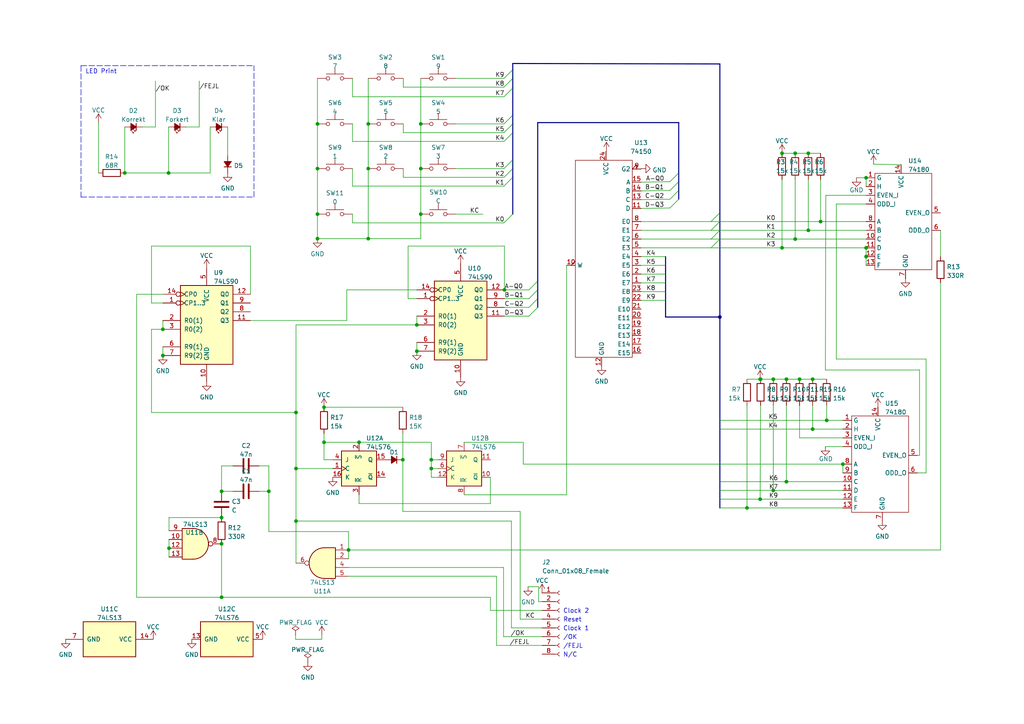
<source format=kicad_sch>
(kicad_sch (version 20211123) (generator eeschema)
  (paper "A4")
  (title_block (title "RC CPR-nummer validator"))
  (lib_symbols
    (symbol "74LS90_1" (pin_names (offset 1.016))
      (property "Reference" "U10" (at 2.0194 13.8598 0))
      (property "Value" "74LS90" (at 2.0194 11.3229 0))
      (symbol "74LS90_1_1_0"
        (pin input inverted_clock (at -12.7 5.08 0) (length 5.08) (name "CP1..3") (number "1"))
        (pin power_in line (at 0 -17.78 90) (length 5.08) (name "GND") (number "10"))
        (pin output line (at 12.7 0 180) (length 5.08) (name "Q3") (number "11"))
        (pin output line (at 12.7 7.62 180) (length 5.08) (name "Q0") (number "12"))
        (pin input inverted_clock (at -12.7 7.62 0) (length 5.08) (name "CP0") (number "14"))
        (pin input line (at -12.7 0 0) (length 5.08) (name "R0(1)") (number "2"))
        (pin input line (at -12.7 -2.54 0) (length 5.08) (name "R0(2)") (number "3"))
        (pin power_in line (at 0 15.24 270) (length 5.08) (name "VCC") (number "5"))
        (pin input line (at -12.7 -7.62 0) (length 5.08) (name "R9(1)") (number "6"))
        (pin input line (at -12.7 -10.16 0) (length 5.08) (name "R9(2)") (number "7"))
        (pin output line (at 12.7 2.54 180) (length 5.08) (name "Q2") (number "8"))
        (pin output line (at 12.7 5.08 180) (length 5.08) (name "Q1") (number "9"))
      )
      (symbol "74LS90_1_1_1"
        (rectangle (start -7.62 10.16) (end 7.62 -12.7) (stroke (width 0.254)) (fill (type background)))
      )
    )
    (symbol "74xx:74LS13" (pin_names (offset 1.016))
      (property "Reference" "U" (at 0 1.27 0))
      (property "Value" "74LS13" (at 0 -1.27 0))
      (symbol "74LS13_1_1"
        (arc (start -0.635 -4.445) (mid 3.81 0) (end -0.635 4.445) (stroke (width 0.254)) (fill (type background)))
        (polyline (pts (xy -0.635 4.445) (xy -3.81 4.445) (xy -3.81 -4.445) (xy -0.635 -4.445)) (stroke (width 0.254)) (fill (type background)))
        (pin input line (at -7.62 3.81 0) (length 3.81) (name "~") (number "1"))
        (pin input line (at -7.62 1.27 0) (length 3.81) (name "~") (number "2"))
        (pin input line (at -7.62 -1.27 0) (length 3.81) (name "~") (number "4"))
        (pin input line (at -7.62 -3.81 0) (length 3.81) (name "~") (number "5"))
        (pin output inverted (at 7.62 0 180) (length 3.81) (name "~") (number "6"))
      )
      (symbol "74LS13_1_2"
        (arc (start -3.81 -4.445) (mid -2.5908 0) (end -3.81 4.445) (stroke (width 0.254)))
        (arc (start -0.6096 -4.445) (mid 2.224 -2.8428) (end 3.81 0) (stroke (width 0.254)) (fill (type background)))
        (polyline (pts (xy -3.81 -4.445) (xy -0.635 -4.445)) (stroke (width 0.254)) (fill (type background)))
        (polyline (pts (xy -3.81 4.445) (xy -0.635 4.445)) (stroke (width 0.254)) (fill (type background)))
        (polyline (pts (xy -0.635 4.445) (xy -3.81 4.445) (xy -3.81 4.445) (xy -3.6322 4.0894) (xy -3.0988 2.921) (xy -2.7686 1.6764) (xy -2.6162 0.4318) (xy -2.6416 -0.8636) (xy -2.8702 -2.1082) (xy -3.2512 -3.3274) (xy -3.81 -4.445) (xy -3.81 -4.445) (xy -0.635 -4.445)) (stroke (width -25.4)) (fill (type background)))
        (arc (start 3.81 0) (mid 2.2198 2.8386) (end -0.6096 4.445) (stroke (width 0.254)) (fill (type background)))
        (pin input inverted (at -7.62 3.81 0) (length 3.81) (name "~") (number "1"))
        (pin input inverted (at -7.62 1.27 0) (length 4.826) (name "~") (number "2"))
        (pin input inverted (at -7.62 -1.27 0) (length 4.826) (name "~") (number "4"))
        (pin input inverted (at -7.62 -3.81 0) (length 3.81) (name "~") (number "5"))
        (pin output line (at 7.62 0 180) (length 3.81) (name "~") (number "6"))
      )
      (symbol "74LS13_2_1"
        (arc (start -0.635 -4.445) (mid 3.81 0) (end -0.635 4.445) (stroke (width 0.254)) (fill (type background)))
        (polyline (pts (xy -0.635 4.445) (xy -3.81 4.445) (xy -3.81 -4.445) (xy -0.635 -4.445)) (stroke (width 0.254)) (fill (type background)))
        (pin input line (at -7.62 1.27 0) (length 3.81) (name "~") (number "10"))
        (pin input line (at -7.62 -1.27 0) (length 3.81) (name "~") (number "12"))
        (pin input line (at -7.62 -3.81 0) (length 3.81) (name "~") (number "13"))
        (pin output inverted (at 7.62 0 180) (length 3.81) (name "~") (number "8"))
        (pin input line (at -7.62 3.81 0) (length 3.81) (name "~") (number "9"))
      )
      (symbol "74LS13_2_2"
        (arc (start -3.81 -4.445) (mid -2.5908 0) (end -3.81 4.445) (stroke (width 0.254)))
        (arc (start -0.6096 -4.445) (mid 2.224 -2.8428) (end 3.81 0) (stroke (width 0.254)) (fill (type background)))
        (polyline (pts (xy -3.81 -4.445) (xy -0.635 -4.445)) (stroke (width 0.254)) (fill (type background)))
        (polyline (pts (xy -3.81 4.445) (xy -0.635 4.445)) (stroke (width 0.254)) (fill (type background)))
        (polyline (pts (xy -0.635 4.445) (xy -3.81 4.445) (xy -3.81 4.445) (xy -3.6322 4.0894) (xy -3.0988 2.921) (xy -2.7686 1.6764) (xy -2.6162 0.4318) (xy -2.6416 -0.8636) (xy -2.8702 -2.1082) (xy -3.2512 -3.3274) (xy -3.81 -4.445) (xy -3.81 -4.445) (xy -0.635 -4.445)) (stroke (width -25.4)) (fill (type background)))
        (arc (start 3.81 0) (mid 2.2198 2.8386) (end -0.6096 4.445) (stroke (width 0.254)) (fill (type background)))
        (pin input inverted (at -7.62 1.27 0) (length 4.826) (name "~") (number "10"))
        (pin input inverted (at -7.62 -1.27 0) (length 4.826) (name "~") (number "12"))
        (pin input inverted (at -7.62 -3.81 0) (length 3.81) (name "~") (number "13"))
        (pin output line (at 7.62 0 180) (length 3.81) (name "~") (number "8"))
        (pin input inverted (at -7.62 3.81 0) (length 3.81) (name "~") (number "9"))
      )
      (symbol "74LS13_3_0"
        (pin power_in line (at 0 12.7 270) (length 5.08) (name "VCC") (number "14"))
        (pin power_in line (at 0 -12.7 90) (length 5.08) (name "GND") (number "7"))
      )
      (symbol "74LS13_3_1"
        (rectangle (start -5.08 7.62) (end 5.08 -7.62) (stroke (width 0.254)) (fill (type background)))
      )
    )
    (symbol "74xx:74LS76" (pin_names (offset 1.016))
      (property "Reference" "U" (at -7.62 8.89 0))
      (property "Value" "74LS76" (at -7.62 -8.89 0))
      (symbol "74LS76_1_0"
        (pin input clock (at -7.62 0 0) (length 2.54) (name "C") (number "1"))
        (pin output line (at 7.62 -2.54 180) (length 2.54) (name "~{Q}") (number "14"))
        (pin output line (at 7.62 2.54 180) (length 2.54) (name "Q") (number "15"))
        (pin input line (at -7.62 -2.54 0) (length 2.54) (name "K") (number "16"))
        (pin input line (at 0 7.62 270) (length 2.54) (name "~{S}") (number "2"))
        (pin input line (at 0 -7.62 90) (length 2.54) (name "~{R}") (number "3"))
        (pin input line (at -7.62 2.54 0) (length 2.54) (name "J") (number "4"))
      )
      (symbol "74LS76_1_1"
        (rectangle (start -5.08 5.08) (end 5.08 -5.08) (stroke (width 0.254)) (fill (type background)))
      )
      (symbol "74LS76_2_0"
        (pin output line (at 7.62 -2.54 180) (length 2.54) (name "~{Q}") (number "10"))
        (pin output line (at 7.62 2.54 180) (length 2.54) (name "Q") (number "11"))
        (pin input line (at -7.62 -2.54 0) (length 2.54) (name "K") (number "12"))
        (pin input clock (at -7.62 0 0) (length 2.54) (name "C") (number "6"))
        (pin input line (at 0 7.62 270) (length 2.54) (name "~{S}") (number "7"))
        (pin input line (at 0 -7.62 90) (length 2.54) (name "~{R}") (number "8"))
        (pin input line (at -7.62 2.54 0) (length 2.54) (name "J") (number "9"))
      )
      (symbol "74LS76_2_1"
        (rectangle (start -5.08 5.08) (end 5.08 -5.08) (stroke (width 0.254)) (fill (type background)))
      )
      (symbol "74LS76_3_0"
        (pin power_in line (at 0 -10.16 90) (length 2.54) (name "GND") (number "13"))
        (pin power_in line (at 0 10.16 270) (length 2.54) (name "VCC") (number "5"))
      )
      (symbol "74LS76_3_1"
        (rectangle (start -5.08 7.62) (end 5.08 -7.62) (stroke (width 0.254)) (fill (type background)))
      )
    )
    (symbol "74xx:74LS90" (pin_names (offset 1.016))
      (property "Reference" "U9" (at 2.0194 13.8598 0))
      (property "Value" "74LS90" (at 2.0194 11.3229 0))
      (symbol "74LS90_1_0"
        (pin input inverted_clock (at -12.7 5.08 0) (length 5.08) (name "CP1..3") (number "1"))
        (pin power_in line (at 0 -17.78 90) (length 5.08) (name "GND") (number "10"))
        (pin output line (at 12.7 0 180) (length 5.08) (name "Q3") (number "11"))
        (pin output line (at 12.7 7.62 180) (length 5.08) (name "Q0") (number "12"))
        (pin input inverted_clock (at -12.7 7.62 0) (length 5.08) (name "CP0") (number "14"))
        (pin input line (at -12.7 0 0) (length 5.08) (name "R0(1)") (number "2"))
        (pin input line (at -12.7 -2.54 0) (length 5.08) (name "R0(2)") (number "3"))
        (pin power_in line (at 0 15.24 270) (length 5.08) (name "VCC") (number "5"))
        (pin input line (at -12.7 -7.62 0) (length 5.08) (name "R9(1)") (number "6"))
        (pin input line (at -12.7 -10.16 0) (length 5.08) (name "R9(2)") (number "7"))
        (pin output line (at 12.7 2.54 180) (length 5.08) (name "Q2") (number "8"))
        (pin output line (at 12.7 5.08 180) (length 5.08) (name "Q1") (number "9"))
      )
      (symbol "74LS90_1_1"
        (rectangle (start -7.62 10.16) (end 7.62 -12.7) (stroke (width 0.254)) (fill (type background)))
      )
    )
    (symbol "Connector:Conn_01x08_Female" (pin_names (offset 1.016) hide)
      (property "Reference" "J" (at 0 10.16 0))
      (property "Value" "Conn_01x08_Female" (at 0 -12.7 0))
      (symbol "Conn_01x08_Female_1_1"
        (arc (start 0 -9.652) (mid -0.508 -10.16) (end 0 -10.668) (stroke (width 0.1524)))
        (arc (start 0 -7.112) (mid -0.508 -7.62) (end 0 -8.128) (stroke (width 0.1524)))
        (arc (start 0 -4.572) (mid -0.508 -5.08) (end 0 -5.588) (stroke (width 0.1524)))
        (arc (start 0 -2.032) (mid -0.508 -2.54) (end 0 -3.048) (stroke (width 0.1524)))
        (polyline (pts (xy -1.27 -10.16) (xy -0.508 -10.16)) (stroke (width 0.1524)))
        (polyline (pts (xy -1.27 -7.62) (xy -0.508 -7.62)) (stroke (width 0.1524)))
        (polyline (pts (xy -1.27 -5.08) (xy -0.508 -5.08)) (stroke (width 0.1524)))
        (polyline (pts (xy -1.27 -2.54) (xy -0.508 -2.54)) (stroke (width 0.1524)))
        (polyline (pts (xy -1.27 0) (xy -0.508 0)) (stroke (width 0.1524)))
        (polyline (pts (xy -1.27 2.54) (xy -0.508 2.54)) (stroke (width 0.1524)))
        (polyline (pts (xy -1.27 5.08) (xy -0.508 5.08)) (stroke (width 0.1524)))
        (polyline (pts (xy -1.27 7.62) (xy -0.508 7.62)) (stroke (width 0.1524)))
        (arc (start 0 0.508) (mid -0.508 0) (end 0 -0.508) (stroke (width 0.1524)))
        (arc (start 0 3.048) (mid -0.508 2.54) (end 0 2.032) (stroke (width 0.1524)))
        (arc (start 0 5.588) (mid -0.508 5.08) (end 0 4.572) (stroke (width 0.1524)))
        (arc (start 0 8.128) (mid -0.508 7.62) (end 0 7.112) (stroke (width 0.1524)))
        (pin passive line (at -5.08 7.62 0) (length 3.81) (name "Pin_1") (number "1"))
        (pin passive line (at -5.08 5.08 0) (length 3.81) (name "Pin_2") (number "2"))
        (pin passive line (at -5.08 2.54 0) (length 3.81) (name "Pin_3") (number "3"))
        (pin passive line (at -5.08 0 0) (length 3.81) (name "Pin_4") (number "4"))
        (pin passive line (at -5.08 -2.54 0) (length 3.81) (name "Pin_5") (number "5"))
        (pin passive line (at -5.08 -5.08 0) (length 3.81) (name "Pin_6") (number "6"))
        (pin passive line (at -5.08 -7.62 0) (length 3.81) (name "Pin_7") (number "7"))
        (pin passive line (at -5.08 -10.16 0) (length 3.81) (name "Pin_8") (number "8"))
      )
    )
    (symbol "Device:C" (pin_numbers hide) (pin_names (offset 0.254))
      (property "Reference" "C" (at 0.635 2.54 0))
      (property "Value" "C" (at 0.635 -2.54 0))
      (symbol "C_0_1"
        (polyline (pts (xy -2.032 -0.762) (xy 2.032 -0.762)) (stroke (width 0.508)))
        (polyline (pts (xy -2.032 0.762) (xy 2.032 0.762)) (stroke (width 0.508)))
      )
      (symbol "C_1_1"
        (pin passive line (at 0 3.81 270) (length 2.794) (name "~") (number "1"))
        (pin passive line (at 0 -3.81 90) (length 2.794) (name "~") (number "2"))
      )
    )
    (symbol "Device:D_Small_Filled" (pin_numbers hide) (pin_names (offset 0.254) hide)
      (property "Reference" "D" (at -1.27 2.032 0))
      (property "Value" "D_Small_Filled" (at -3.81 -2.032 0))
      (symbol "D_Small_Filled_0_1"
        (polyline (pts (xy -0.762 -1.016) (xy -0.762 1.016)) (stroke (width 0.254)))
        (polyline (pts (xy -0.762 0) (xy 0.762 0)))
        (polyline (pts (xy 0.762 -1.016) (xy -0.762 0) (xy 0.762 1.016) (xy 0.762 -1.016)) (stroke (width 0.254)) (fill (type outline)))
      )
      (symbol "D_Small_Filled_1_1"
        (pin passive line (at -2.54 0 0) (length 1.778) (name "K") (number "1"))
        (pin passive line (at 2.54 0 180) (length 1.778) (name "A") (number "2"))
      )
    )
    (symbol "Device:LED_Small_Filled" (pin_numbers hide) (pin_names (offset 0.254) hide)
      (property "Reference" "D" (at -1.27 3.175 0))
      (property "Value" "LED_Small_Filled" (at -4.445 -2.54 0))
      (symbol "LED_Small_Filled_0_1"
        (polyline (pts (xy -0.762 -1.016) (xy -0.762 1.016)) (stroke (width 0.254)))
        (polyline (pts (xy 1.016 0) (xy -0.762 0)))
        (polyline (pts (xy 0.762 -1.016) (xy -0.762 0) (xy 0.762 1.016) (xy 0.762 -1.016)) (stroke (width 0.254)) (fill (type outline)))
        (polyline (pts (xy 0 0.762) (xy -0.508 1.27) (xy -0.254 1.27) (xy -0.508 1.27) (xy -0.508 1.016)))
        (polyline (pts (xy 0.508 1.27) (xy 0 1.778) (xy 0.254 1.778) (xy 0 1.778) (xy 0 1.524)))
      )
      (symbol "LED_Small_Filled_1_1"
        (pin passive line (at -2.54 0 0) (length 1.778) (name "K") (number "1"))
        (pin passive line (at 2.54 0 180) (length 1.778) (name "A") (number "2"))
      )
    )
    (symbol "Device:R" (pin_numbers hide) (pin_names (offset 0))
      (property "Reference" "R" (at 2.032 0 90))
      (property "Value" "R" (at 0 0 90))
      (symbol "R_0_1"
        (rectangle (start -1.016 -2.54) (end 1.016 2.54) (stroke (width 0.254)))
      )
      (symbol "R_1_1"
        (pin passive line (at 0 3.81 270) (length 1.27) (name "~") (number "1"))
        (pin passive line (at 0 -3.81 90) (length 1.27) (name "~") (number "2"))
      )
    )
    (symbol "Local_Library:74150"
      (property "Reference" "U" (at 0 0 0))
      (property "Value" "74150" (at 16.51 3.81 0))
      (symbol "74150_0_0"
        (pin input line (at 0 -35.56 0) (length 2.54) (name "E7") (number "1"))
        (pin output output_low (at 21.59 -30.48 180) (length 2.54) (name "W") (number "10"))
        (pin input line (at 0 -13.97 0) (length 2.54) (name "D") (number "11"))
        (pin power_in line (at 11.43 -59.69 90) (length 2.54) (name "GND") (number "12"))
        (pin input line (at 0 -11.43 0) (length 2.54) (name "C") (number "13"))
        (pin input line (at 0 -8.89 0) (length 2.54) (name "B") (number "14"))
        (pin input line (at 0 -6.35 0) (length 2.54) (name "A") (number "15"))
        (pin input line (at 0 -55.88 0) (length 2.54) (name "E15") (number "16"))
        (pin input line (at 0 -53.34 0) (length 2.54) (name "E14") (number "17"))
        (pin input line (at 0 -50.8 0) (length 2.54) (name "E13") (number "18"))
        (pin input line (at 0 -48.26 0) (length 2.54) (name "E12") (number "19"))
        (pin input line (at 0 -33.02 0) (length 2.54) (name "E6") (number "2"))
        (pin input line (at 0 -45.72 0) (length 2.54) (name "E11") (number "20"))
        (pin input line (at 0 -43.18 0) (length 2.54) (name "E10") (number "21"))
        (pin input line (at 0 -40.64 0) (length 2.54) (name "E9") (number "22"))
        (pin input line (at 0 -38.1 0) (length 2.54) (name "E8") (number "23"))
        (pin power_in line (at 10.16 2.54 270) (length 2.54) (name "VCC") (number "24"))
        (pin input line (at 0 -30.48 0) (length 2.54) (name "E5") (number "3"))
        (pin input line (at 0 -27.94 0) (length 2.54) (name "E4") (number "4"))
        (pin input line (at 0 -25.4 0) (length 2.54) (name "E3") (number "5"))
        (pin input line (at 0 -22.86 0) (length 2.54) (name "E2") (number "6"))
        (pin input line (at 0 -20.32 0) (length 2.54) (name "E1") (number "7"))
        (pin input line (at 0 -17.78 0) (length 2.54) (name "E0") (number "8"))
        (pin input input_low (at 0 -2.54 0) (length 2.54) (name "G2") (number "9"))
      )
      (symbol "74150_0_1"
        (rectangle (start 2.54 0) (end 19.05 -57.15) (stroke (width 0.1524)))
      )
    )
    (symbol "Local_Library:74180"
      (property "Reference" "U" (at 0 0 0))
      (property "Value" "74180" (at 1.27 7.62 0))
      (symbol "74180_0_0"
        (pin input line (at 0 -5.08 0) (length 2.54) (name "G") (number "1"))
        (pin input line (at 0 -22.86 0) (length 2.54) (name "C") (number "10"))
        (pin input line (at 0 -25.4 0) (length 2.54) (name "D") (number "11"))
        (pin input line (at 0 -27.94 0) (length 2.54) (name "E") (number "12"))
        (pin input line (at 0 -30.48 0) (length 2.54) (name "F") (number "13"))
        (pin power_in line (at 10.16 -1.27 270) (length 2.54) (name "VCC") (number "14"))
        (pin input line (at 0 -7.62 0) (length 2.54) (name "H") (number "2"))
        (pin input line (at 0 -10.16 0) (length 2.54) (name "EVEN_I") (number "3"))
        (pin input line (at 0 -12.7 0) (length 2.54) (name "ODD_I") (number "4"))
        (pin output line (at 21.59 -15.24 180) (length 2.54) (name "EVEN_O") (number "5"))
        (pin output line (at 21.59 -20.32 180) (length 2.54) (name "ODD_O") (number "6"))
        (pin power_out line (at 11.43 -34.29 90) (length 2.54) (name "GND") (number "7"))
        (pin input line (at 0 -17.78 0) (length 2.54) (name "A") (number "8"))
        (pin input line (at 0 -20.32 0) (length 2.54) (name "B") (number "9"))
      )
      (symbol "74180_0_1"
        (rectangle (start 2.54 -3.81) (end 19.05 -31.75) (stroke (width 0.1524)))
      )
    )
    (symbol "Switch:SW_Push" (pin_numbers hide) (pin_names (offset 1.016) hide)
      (property "Reference" "SW" (at 1.27 2.54 0))
      (property "Value" "SW_Push" (at 0 -1.524 0))
      (symbol "SW_Push_0_1"
        (circle (center -2.032 0) (radius 0.508))
        (polyline (pts (xy 0 1.27) (xy 0 3.048)))
        (polyline (pts (xy 2.54 1.27) (xy -2.54 1.27)))
        (circle (center 2.032 0) (radius 0.508))
        (pin passive line (at -5.08 0 0) (length 2.54) (name "1") (number "1"))
        (pin passive line (at 5.08 0 180) (length 2.54) (name "2") (number "2"))
      )
    )
    (symbol "power:GND" (power) (pin_names (offset 0))
      (property "Value" "GND" (at 0 -3.81 0))
      (symbol "GND_0_1"
        (polyline (pts (xy 0 0) (xy 0 -1.27) (xy 1.27 -1.27) (xy 0 -2.54) (xy -1.27 -1.27) (xy 0 -1.27)))
      )
      (symbol "GND_1_1"
        (pin power_in line (at 0 0 270) (length 0) hide (name "GND") (number "1"))
      )
    )
    (symbol "power:PWR_FLAG" (power) (pin_numbers hide) (pin_names (offset 0) hide)
      (property "Value" "PWR_FLAG" (at 0 3.81 0))
      (symbol "PWR_FLAG_0_0"
        (pin power_out line (at 0 0 90) (length 0) (name "pwr") (number "1"))
      )
      (symbol "PWR_FLAG_0_1"
        (polyline (pts (xy 0 0) (xy 0 1.27) (xy -1.016 1.905) (xy 0 2.54) (xy 1.016 1.905) (xy 0 1.27)))
      )
    )
    (symbol "power:VCC" (power) (pin_names (offset 0))
      (property "Value" "VCC" (at 0 3.81 0))
      (symbol "VCC_0_1"
        (polyline (pts (xy -0.762 1.27) (xy 0 2.54)))
        (polyline (pts (xy 0 0) (xy 0 2.54)))
        (polyline (pts (xy 0 2.54) (xy 0.762 1.27)))
      )
      (symbol "VCC_1_1"
        (pin power_in line (at 0 0 90) (length 0) hide (name "VCC") (number "1"))
      )
    )
  )
  (junction (at 92.075 48.895))
  (junction (at 230.632 69.342))
  (junction (at 85.852 135.89))
  (junction (at 120.904 101.854))
  (junction (at 125.095 133.35))
  (junction (at 85.852 119.634))
  (junction (at 120.904 94.234))
  (junction (at 92.075 69.215))
  (junction (at 104.14 128.27))
  (junction (at 230.632 44.45))
  (junction (at 48.895 50.165))
  (junction (at 220.472 144.78))
  (junction (at 64.262 142.494))
  (junction (at 224.282 142.24))
  (junction (at 244.475 134.62))
  (junction (at 49.022 159.004))
  (junction (at 224.282 109.982))
  (junction (at 234.442 66.802))
  (junction (at 235.712 109.982))
  (junction (at 77.978 142.494))
  (junction (at 122.047 48.895))
  (junction (at 92.075 62.103))
  (junction (at 93.98 128.27))
  (junction (at 226.822 71.882))
  (junction (at 122.047 35.941))
  (junction (at 228.092 139.7))
  (junction (at 125.095 135.89))
  (junction (at 234.442 44.45))
  (junction (at 92.075 35.941))
  (junction (at 116.84 133.35))
  (junction (at 47.244 95.504))
  (junction (at 235.712 124.46))
  (junction (at 228.092 109.982))
  (junction (at 106.807 69.215))
  (junction (at 122.047 62.103))
  (junction (at 237.998 64.262))
  (junction (at 146.304 84.074))
  (junction (at 220.599 109.982))
  (junction (at 251.206 74.422))
  (junction (at 64.262 173.228))
  (junction (at 251.206 51.562))
  (junction (at 106.807 48.895))
  (junction (at 47.244 103.124))
  (junction (at 85.852 151.13))
  (junction (at 64.262 150.114))
  (junction (at 101.092 159.512))
  (junction (at 220.472 109.982))
  (junction (at 208.788 91.948))
  (junction (at 106.807 35.941))
  (junction (at 251.206 71.882))
  (junction (at 216.662 147.32))
  (junction (at 226.822 44.45))
  (junction (at 93.98 118.11))
  (junction (at 64.262 157.734))
  (junction (at 36.195 50.165))
  (junction (at 239.776 121.92))
  (junction (at 231.902 109.982))
  (bus_entry (at 146.177 35.941) (size 2.54 -2.54))
  (bus_entry (at 146.177 28.067) (size 2.54 -2.54))
  (bus_entry (at 146.177 25.273) (size 2.54 -2.54))
  (bus_entry (at 146.177 38.481) (size 2.54 -2.54))
  (bus_entry (at 194.31 52.705) (size 2.54 -2.54))
  (bus_entry (at 146.177 64.643) (size 2.54 -2.54))
  (bus_entry (at 206.248 64.262) (size 2.54 -2.54))
  (bus_entry (at 206.248 71.882) (size 2.54 -2.54))
  (bus_entry (at 206.248 66.802) (size 2.54 -2.54))
  (bus_entry (at 206.248 69.342) (size 2.54 -2.54))
  (bus_entry (at 153.416 84.074) (size 2.54 -2.54))
  (bus_entry (at 153.416 86.614) (size 2.54 -2.54))
  (bus_entry (at 153.416 89.154) (size 2.54 -2.54))
  (bus_entry (at 153.416 91.694) (size 2.54 -2.54))
  (bus_entry (at 146.177 48.895) (size 2.54 -2.54))
  (bus_entry (at 146.177 41.021) (size 2.54 -2.54))
  (bus_entry (at 146.177 53.975) (size 2.54 -2.54))
  (bus_entry (at 194.31 55.245) (size 2.54 -2.54))
  (bus_entry (at 194.31 57.785) (size 2.54 -2.54))
  (bus_entry (at 194.31 60.325) (size 2.54 -2.54))
  (bus_entry (at 146.177 22.733) (size 2.54 -2.54))
  (bus_entry (at 146.177 51.435) (size 2.54 -2.54))
  (wire (pts (xy 142.24 146.05) (xy 104.14 146.05)))
  (wire (pts (xy 72.644 92.964) (xy 100.584 92.964)))
  (bus (pts (xy 148.717 25.527) (xy 148.717 33.401)))
  (wire (pts (xy 185.928 69.342) (xy 206.248 69.342)))
  (wire (pts (xy 93.98 133.35) (xy 96.52 133.35)))
  (wire (pts (xy 75.184 142.494) (xy 77.978 142.494)))
  (wire (pts (xy 146.304 86.614) (xy 153.416 86.614)))
  (bus (pts (xy 155.956 89.154) (xy 155.956 86.614)))
  (wire (pts (xy 64.262 157.734) (xy 64.262 173.228)))
  (wire (pts (xy 244.475 124.46) (xy 235.712 124.46)))
  (wire (pts (xy 120.904 84.074) (xy 100.584 84.074)))
  (wire (pts (xy 36.195 36.83) (xy 36.195 50.165)))
  (wire (pts (xy 231.902 127) (xy 244.475 127)))
  (wire (pts (xy 235.712 109.982) (xy 239.776 109.982)))
  (wire (pts (xy 185.928 79.502) (xy 193.04 79.502)))
  (wire (pts (xy 206.248 69.342) (xy 208.788 69.342)))
  (wire (pts (xy 146.05 184.658) (xy 157.226 184.658)))
  (bus (pts (xy 196.85 52.705) (xy 196.85 55.245)))
  (wire (pts (xy 251.206 64.262) (xy 237.998 64.262)))
  (bus (pts (xy 155.956 35.56) (xy 196.85 35.56)))
  (wire (pts (xy 41.275 36.83) (xy 45.085 36.83)))
  (wire (pts (xy 239.395 107.315) (xy 239.522 56.642)))
  (wire (pts (xy 156.21 170.18) (xy 156.21 174.498)))
  (wire (pts (xy 118.364 71.374) (xy 146.304 71.374)))
  (wire (pts (xy 208.788 142.24) (xy 224.282 142.24)))
  (bus (pts (xy 208.788 147.32) (xy 208.788 91.948)))
  (bus (pts (xy 208.788 61.722) (xy 208.788 64.262)))
  (wire (pts (xy 208.788 147.32) (xy 216.662 147.32)))
  (wire (pts (xy 106.807 48.895) (xy 106.807 69.215)))
  (wire (pts (xy 150.876 148.336) (xy 150.876 179.578)))
  (wire (pts (xy 268.605 104.14) (xy 268.605 137.16)))
  (wire (pts (xy 261.366 47.752) (xy 253.365 47.625)))
  (wire (pts (xy 47.244 92.964) (xy 47.244 95.504)))
  (polyline (pts (xy 73.66 57.15) (xy 73.66 19.05)))
  (wire (pts (xy 85.852 135.89) (xy 85.852 151.13)))
  (wire (pts (xy 272.796 66.802) (xy 272.796 74.422)))
  (wire (pts (xy 164.338 76.962) (xy 164.338 143.51)))
  (polyline (pts (xy 23.495 19.05) (xy 23.495 57.15)))
  (wire (pts (xy 251.206 71.882) (xy 251.206 74.422)))
  (wire (pts (xy 132.207 22.733) (xy 146.177 22.733)))
  (wire (pts (xy 146.304 91.694) (xy 153.416 91.694)))
  (wire (pts (xy 220.472 144.78) (xy 244.475 144.78)))
  (bus (pts (xy 148.717 35.941) (xy 148.717 33.401)))
  (wire (pts (xy 208.788 139.7) (xy 228.092 139.7)))
  (wire (pts (xy 185.928 71.882) (xy 206.248 71.882)))
  (wire (pts (xy 118.364 71.374) (xy 118.364 86.614)))
  (wire (pts (xy 230.632 44.45) (xy 234.442 44.45)))
  (wire (pts (xy 266.065 137.16) (xy 268.605 137.16)))
  (wire (pts (xy 185.928 57.912) (xy 194.31 57.785)))
  (wire (pts (xy 39.624 173.228) (xy 64.262 173.228)))
  (wire (pts (xy 266.7 107.315) (xy 239.395 107.315)))
  (polyline (pts (xy 23.495 57.15) (xy 73.66 57.15)))
  (wire (pts (xy 102.235 64.643) (xy 146.177 64.643)))
  (wire (pts (xy 93.345 185.42) (xy 85.725 185.42)))
  (wire (pts (xy 122.047 22.733) (xy 122.047 35.941)))
  (wire (pts (xy 116.84 148.336) (xy 150.876 148.336)))
  (bus (pts (xy 148.717 18.415) (xy 208.788 18.542)))
  (bus (pts (xy 148.717 51.435) (xy 148.717 48.895)))
  (wire (pts (xy 185.928 60.452) (xy 194.31 60.325)))
  (wire (pts (xy 185.928 55.372) (xy 194.31 55.245)))
  (wire (pts (xy 208.788 69.342) (xy 230.632 69.342)))
  (bus (pts (xy 148.717 20.193) (xy 148.717 18.415)))
  (wire (pts (xy 228.092 117.602) (xy 228.092 139.7)))
  (wire (pts (xy 185.928 82.042) (xy 193.04 82.042)))
  (wire (pts (xy 244.475 142.24) (xy 224.282 142.24)))
  (wire (pts (xy 102.235 35.941) (xy 102.235 41.021)))
  (wire (pts (xy 92.075 22.733) (xy 92.075 35.941)))
  (wire (pts (xy 230.632 52.07) (xy 230.632 69.342)))
  (wire (pts (xy 122.047 62.103) (xy 122.047 69.215)))
  (wire (pts (xy 206.248 64.262) (xy 208.788 64.262)))
  (wire (pts (xy 216.662 117.602) (xy 216.662 147.32)))
  (wire (pts (xy 125.095 135.89) (xy 125.095 138.43)))
  (wire (pts (xy 92.075 48.895) (xy 92.075 62.103)))
  (wire (pts (xy 36.195 50.165) (xy 36.068 49.911)))
  (wire (pts (xy 132.207 48.895) (xy 146.177 48.895)))
  (wire (pts (xy 220.599 117.602) (xy 220.472 144.78)))
  (wire (pts (xy 28.575 35.56) (xy 28.575 50.165)))
  (wire (pts (xy 101.092 154.178) (xy 77.978 154.178)))
  (bus (pts (xy 208.788 69.342) (xy 208.788 91.948)))
  (wire (pts (xy 146.05 184.658) (xy 146.05 164.592)))
  (wire (pts (xy 175.768 43.942) (xy 175.895 43.815)))
  (wire (pts (xy 120.904 99.314) (xy 120.904 101.854)))
  (wire (pts (xy 116.967 38.481) (xy 146.177 38.481)))
  (wire (pts (xy 156.21 174.498) (xy 157.226 174.498)))
  (wire (pts (xy 93.98 118.11) (xy 116.84 118.11)))
  (wire (pts (xy 251.206 59.182) (xy 242.57 59.182)))
  (bus (pts (xy 155.956 86.614) (xy 155.956 84.074)))
  (wire (pts (xy 47.244 85.344) (xy 39.624 85.344)))
  (wire (pts (xy 234.442 66.802) (xy 251.206 66.802)))
  (wire (pts (xy 235.712 117.602) (xy 235.712 124.46)))
  (wire (pts (xy 39.624 85.344) (xy 39.624 173.228)))
  (wire (pts (xy 142.24 173.228) (xy 142.24 177.038)))
  (wire (pts (xy 150.876 179.578) (xy 157.226 179.578)))
  (wire (pts (xy 226.822 71.882) (xy 251.206 71.882)))
  (wire (pts (xy 49.022 150.114) (xy 49.022 153.924)))
  (wire (pts (xy 85.852 94.234) (xy 85.852 119.634)))
  (wire (pts (xy 185.928 66.802) (xy 206.248 66.802)))
  (wire (pts (xy 48.895 50.165) (xy 60.96 50.165)))
  (wire (pts (xy 72.644 85.344) (xy 72.644 71.374)))
  (wire (pts (xy 104.14 146.05) (xy 104.14 143.51)))
  (bus (pts (xy 155.956 84.074) (xy 155.956 81.534)))
  (wire (pts (xy 242.57 104.14) (xy 268.605 104.14)))
  (wire (pts (xy 49.022 159.004) (xy 49.022 161.544)))
  (wire (pts (xy 148.336 151.13) (xy 148.336 182.118)))
  (wire (pts (xy 106.807 22.733) (xy 106.807 35.941)))
  (wire (pts (xy 102.235 62.103) (xy 102.235 64.643)))
  (wire (pts (xy 185.928 49.022) (xy 186.055 48.895)))
  (wire (pts (xy 132.207 35.941) (xy 146.177 35.941)))
  (wire (pts (xy 64.262 135.128) (xy 64.262 142.494)))
  (wire (pts (xy 43.942 87.884) (xy 47.244 87.884)))
  (wire (pts (xy 116.967 48.895) (xy 116.967 51.435)))
  (wire (pts (xy 102.235 53.975) (xy 146.177 53.975)))
  (wire (pts (xy 224.282 117.602) (xy 224.282 142.24)))
  (wire (pts (xy 36.195 50.165) (xy 48.895 50.165)))
  (wire (pts (xy 125.095 128.27) (xy 125.095 133.35)))
  (wire (pts (xy 208.788 121.92) (xy 239.776 121.92)))
  (wire (pts (xy 122.047 48.895) (xy 122.047 62.103)))
  (wire (pts (xy 45.085 23.495) (xy 45.085 36.83)))
  (wire (pts (xy 153.162 170.18) (xy 156.21 170.18)))
  (bus (pts (xy 208.788 91.948) (xy 193.04 91.948)))
  (wire (pts (xy 122.047 35.941) (xy 122.047 48.895)))
  (wire (pts (xy 216.662 147.32) (xy 244.475 147.32)))
  (wire (pts (xy 125.095 138.43) (xy 127 138.43)))
  (wire (pts (xy 118.364 86.614) (xy 120.904 86.614)))
  (wire (pts (xy 239.776 117.602) (xy 239.776 121.92)))
  (wire (pts (xy 239.395 129.54) (xy 244.475 129.54)))
  (wire (pts (xy 102.235 41.021) (xy 146.177 41.021)))
  (wire (pts (xy 85.852 163.322) (xy 85.852 151.13)))
  (wire (pts (xy 48.895 36.83) (xy 48.895 50.165)))
  (wire (pts (xy 75.946 185.42) (xy 76.2 185.42)))
  (bus (pts (xy 196.85 50.165) (xy 196.85 52.705)))
  (wire (pts (xy 146.304 89.154) (xy 153.416 89.154)))
  (wire (pts (xy 224.282 109.982) (xy 228.092 109.982)))
  (wire (pts (xy 43.942 71.374) (xy 43.942 87.884)))
  (wire (pts (xy 146.304 84.074) (xy 153.416 84.074)))
  (wire (pts (xy 132.207 62.103) (xy 140.081 62.103)))
  (wire (pts (xy 134.62 128.27) (xy 151.765 128.27)))
  (wire (pts (xy 106.807 35.941) (xy 106.807 48.895)))
  (wire (pts (xy 64.262 150.114) (xy 49.022 150.114)))
  (wire (pts (xy 144.018 187.198) (xy 157.226 187.198)))
  (wire (pts (xy 101.092 164.592) (xy 146.05 164.592)))
  (wire (pts (xy 43.942 119.634) (xy 43.942 95.504)))
  (wire (pts (xy 100.584 84.074) (xy 100.584 92.964)))
  (wire (pts (xy 185.928 52.832) (xy 194.31 52.705)))
  (wire (pts (xy 226.822 44.45) (xy 230.632 44.45)))
  (wire (pts (xy 185.928 64.262) (xy 206.248 64.262)))
  (wire (pts (xy 266.065 132.08) (xy 266.7 132.08)))
  (wire (pts (xy 164.338 143.51) (xy 134.62 143.51)))
  (wire (pts (xy 85.852 151.13) (xy 148.336 151.13)))
  (wire (pts (xy 116.967 35.941) (xy 116.967 38.481)))
  (wire (pts (xy 125.095 135.89) (xy 127 135.89)))
  (wire (pts (xy 234.442 44.45) (xy 237.998 44.45)))
  (wire (pts (xy 67.564 135.128) (xy 64.262 135.128)))
  (wire (pts (xy 120.904 91.694) (xy 120.904 94.234)))
  (wire (pts (xy 85.852 119.634) (xy 85.852 135.89)))
  (wire (pts (xy 251.206 74.422) (xy 251.206 76.962)))
  (wire (pts (xy 142.24 177.038) (xy 157.226 177.038)))
  (wire (pts (xy 272.796 82.042) (xy 272.796 159.512)))
  (wire (pts (xy 85.725 185.42) (xy 85.725 184.15)))
  (wire (pts (xy 47.244 100.584) (xy 47.244 103.124)))
  (wire (pts (xy 93.98 125.73) (xy 93.98 128.27)))
  (wire (pts (xy 106.807 69.215) (xy 122.047 69.215)))
  (bus (pts (xy 196.85 35.56) (xy 196.85 50.165)))
  (wire (pts (xy 93.345 184.15) (xy 93.345 185.42)))
  (wire (pts (xy 116.84 133.35) (xy 116.84 148.336)))
  (wire (pts (xy 57.785 36.83) (xy 57.785 23.495)))
  (wire (pts (xy 226.822 52.07) (xy 226.822 71.882)))
  (wire (pts (xy 208.788 124.46) (xy 235.712 124.46)))
  (wire (pts (xy 251.206 51.562) (xy 251.206 54.102)))
  (wire (pts (xy 237.998 52.07) (xy 237.998 64.262)))
  (wire (pts (xy 116.967 51.435) (xy 146.177 51.435)))
  (wire (pts (xy 92.075 69.215) (xy 106.807 69.215)))
  (wire (pts (xy 231.902 109.982) (xy 235.712 109.982)))
  (bus (pts (xy 208.788 64.262) (xy 208.788 66.802)))
  (wire (pts (xy 49.022 156.464) (xy 49.022 159.004)))
  (wire (pts (xy 208.788 64.262) (xy 237.998 64.262)))
  (wire (pts (xy 142.24 138.43) (xy 142.24 146.05)))
  (wire (pts (xy 148.336 182.118) (xy 157.226 182.118)))
  (wire (pts (xy 208.788 66.802) (xy 234.442 66.802)))
  (wire (pts (xy 116.967 25.273) (xy 146.177 25.273)))
  (wire (pts (xy 239.776 121.92) (xy 244.475 121.92)))
  (bus (pts (xy 208.788 66.802) (xy 208.788 69.342)))
  (wire (pts (xy 208.788 144.78) (xy 220.472 144.78)))
  (bus (pts (xy 155.956 81.534) (xy 155.956 35.56)))
  (wire (pts (xy 185.928 84.582) (xy 193.04 84.582)))
  (wire (pts (xy 101.092 159.512) (xy 272.796 159.512)))
  (wire (pts (xy 101.092 162.052) (xy 101.092 159.512)))
  (wire (pts (xy 72.644 71.374) (xy 43.942 71.374)))
  (wire (pts (xy 53.975 36.83) (xy 57.785 36.83)))
  (bus (pts (xy 148.717 48.895) (xy 148.717 46.355)))
  (wire (pts (xy 116.84 125.73) (xy 116.84 133.35)))
  (wire (pts (xy 120.904 94.234) (xy 85.852 94.234)))
  (wire (pts (xy 220.472 109.982) (xy 220.599 109.982)))
  (wire (pts (xy 66.04 36.83) (xy 66.04 45.085)))
  (wire (pts (xy 244.475 134.62) (xy 244.475 137.16)))
  (wire (pts (xy 77.978 142.494) (xy 77.978 154.178)))
  (polyline (pts (xy 23.495 19.05) (xy 73.66 19.05)))
  (wire (pts (xy 216.662 109.982) (xy 220.472 109.982)))
  (wire (pts (xy 60.96 36.83) (xy 60.96 50.165)))
  (wire (pts (xy 220.599 109.982) (xy 224.282 109.982)))
  (wire (pts (xy 151.765 134.62) (xy 244.475 134.62)))
  (wire (pts (xy 151.765 128.27) (xy 151.765 134.62)))
  (wire (pts (xy 64.262 173.228) (xy 142.24 173.228)))
  (bus (pts (xy 208.788 18.542) (xy 208.788 61.722)))
  (bus (pts (xy 148.717 38.481) (xy 148.717 46.355)))
  (wire (pts (xy 43.942 95.504) (xy 47.244 95.504)))
  (wire (pts (xy 228.092 139.7) (xy 244.475 139.7)))
  (wire (pts (xy 93.98 133.35) (xy 93.98 128.27)))
  (bus (pts (xy 148.717 22.733) (xy 148.717 20.193)))
  (bus (pts (xy 196.85 55.245) (xy 196.85 57.785)))
  (wire (pts (xy 93.98 128.27) (xy 104.14 128.27)))
  (wire (pts (xy 206.248 66.802) (xy 208.788 66.802)))
  (wire (pts (xy 239.522 56.642) (xy 251.206 56.642)))
  (wire (pts (xy 248.412 51.562) (xy 251.206 51.562)))
  (bus (pts (xy 193.04 74.422) (xy 193.04 91.948)))
  (wire (pts (xy 102.235 48.895) (xy 102.235 53.975)))
  (wire (pts (xy 77.978 135.128) (xy 77.978 142.494)))
  (wire (pts (xy 234.442 52.07) (xy 234.442 66.802)))
  (wire (pts (xy 101.092 159.512) (xy 101.092 154.178)))
  (wire (pts (xy 92.075 62.103) (xy 92.075 69.215)))
  (wire (pts (xy 102.235 22.733) (xy 102.235 28.067)))
  (wire (pts (xy 85.852 119.634) (xy 43.942 119.634)))
  (bus (pts (xy 148.717 38.481) (xy 148.717 35.941)))
  (wire (pts (xy 228.092 109.982) (xy 231.902 109.982)))
  (wire (pts (xy 185.928 74.422) (xy 193.04 74.422)))
  (wire (pts (xy 193.04 87.122) (xy 185.928 87.122)))
  (wire (pts (xy 92.075 35.941) (xy 92.075 48.895)))
  (wire (pts (xy 125.095 133.35) (xy 127 133.35)))
  (wire (pts (xy 125.095 133.35) (xy 125.095 135.89)))
  (wire (pts (xy 206.248 71.882) (xy 226.822 71.882)))
  (wire (pts (xy 116.967 22.733) (xy 116.967 25.273)))
  (wire (pts (xy 144.018 187.198) (xy 144.018 167.132)))
  (wire (pts (xy 77.978 135.128) (xy 75.184 135.128)))
  (wire (pts (xy 266.7 132.08) (xy 266.7 107.315)))
  (wire (pts (xy 146.304 71.374) (xy 146.304 84.074)))
  (wire (pts (xy 64.262 142.494) (xy 67.564 142.494)))
  (bus (pts (xy 148.717 22.733) (xy 148.717 25.527)))
  (wire (pts (xy 230.632 69.342) (xy 251.206 69.342)))
  (wire (pts (xy 231.902 117.602) (xy 231.902 127)))
  (bus (pts (xy 148.717 51.435) (xy 148.717 62.103)))
  (wire (pts (xy 104.14 128.27) (xy 125.095 128.27)))
  (wire (pts (xy 96.52 135.89) (xy 85.852 135.89)))
  (wire (pts (xy 242.57 59.182) (xy 242.57 104.14)))
  (wire (pts (xy 102.235 28.067) (xy 146.177 28.067)))
  (wire (pts (xy 185.928 76.962) (xy 193.04 76.962)))
  (wire (pts (xy 101.092 167.132) (xy 144.018 167.132)))
  (text "/FEJL" (at 163.322 188.214 0) (effects (font (size 1.27 1.27)) (justify left bottom)))
  (text "Reset" (at 163.322 180.594 0) (effects (font (size 1.27 1.27)) (justify left bottom)))
  (text "Clock 2" (at 163.322 178.054 0) (effects (font (size 1.27 1.27)) (justify left bottom)))
  (text "LED Print" (at 24.765 21.59 0) (effects (font (size 1.27 1.27)) (justify left bottom)))
  (text "N/C" (at 163.322 190.754 0) (effects (font (size 1.27 1.27)) (justify left bottom)))
  (text "Clock 1" (at 163.322 183.134 0) (effects (font (size 1.27 1.27)) (justify left bottom)))
  (text "/OK" (at 163.322 185.674 0) (effects (font (size 1.27 1.27)) (justify left bottom)))
  (label "C-Q2" (at 146.304 89.154 0))
  (label "A-Q0" (at 187.3011 52.8009 0))
  (label "K0" (at 222.25 64.262 0))
  (label "{slash}OK" (at 45.085 26.67 0))
  (label "A-Q0" (at 146.304 84.074 0))
  (label "K6" (at 187.452 79.502 0))
  (label "K7" (at 223.012 142.24 0))
  (label "K8" (at 143.637 25.273 0))
  (label "{slash}OK" (at 148.082 184.658 0))
  (label "C-Q2" (at 187.0509 57.8616 0))
  (label "K3" (at 143.637 48.895 0))
  (label "K2" (at 222.25 69.342 0))
  (label "KC" (at 152.4 179.578 0))
  (label "K9" (at 143.637 22.733 0))
  (label "K1" (at 222.25 66.802 0))
  (label "K1" (at 143.637 53.975 0))
  (label "K6" (at 143.637 35.941 0))
  (label "K9" (at 223.012 144.78 0))
  (label "D-Q3" (at 187.0509 60.4016 0))
  (label "K7" (at 143.637 28.067 0))
  (label "K8" (at 187.452 84.582 0))
  (label "K3" (at 222.25 71.882 0))
  (label "K4" (at 143.637 41.021 0))
  (label "K8" (at 223.012 147.32 0))
  (label "KC" (at 136.271 62.103 0))
  (label "D-Q3" (at 146.304 91.694 0))
  (label "K9" (at 187.452 87.122 0))
  (label "K4" (at 187.452 74.422 0))
  (label "K5" (at 143.637 38.481 0))
  (label "K5" (at 187.452 76.962 0))
  (label "K4" (at 222.885 124.46 0))
  (label "B-Q1" (at 187.0509 55.3216 0))
  (label "K2" (at 143.637 51.435 0))
  (label "K5" (at 222.885 121.92 0))
  (label "B-Q1" (at 146.304 86.614 0))
  (label "K7" (at 187.452 82.042 0))
  (label "K6" (at 223.012 139.7 0))
  (label "{slash}FEJL" (at 147.828 187.198 0))
  (label "K0" (at 143.637 64.643 0))
  (label "{slash}FEJL" (at 57.785 26.035 0))
  (symbol (lib_id "Local_Library:74180") (at 244.475 116.84 0) (unit 1)
    (property "Reference" "U15" (at 256.6544 117.001 0) (effects (justify left)))
    (property "Value" "74180" (at 256.6544 119.5379 0) (effects (justify left)))
    (property "Footprint" "Package_DIP:DIP-14_W7.62mm" (effects hide))
  )
  (symbol (lib_id "Switch:SW_Push") (at 97.155 48.895 0) (mirror y) (unit 1)
    (property "Reference" "SW9" (at 97.155 42.7822 0))
    (property "Value" "1" (at 97.155 45.3191 0))
  )
  (symbol (lib_id "Device:R") (at 220.599 113.792 0) (unit 1)
    (property "Reference" "R8" (at 222.377 112.9573 0) (effects (justify left)))
    (property "Value" "15k" (at 222.377 115.4942 0) (effects (justify left)))
    (property "Footprint" "Resistor_THT:R_Axial_DIN0204_L3.6mm_D1.6mm_P5.08mm_Vertical" (effects hide))
  )
  (symbol (lib_id "power:GND") (at 262.636 80.772 0) (unit 1)
    (property "Reference" "#PWR0126" (effects hide))
    (property "Value" "GND" (at 262.636 85.2154 0))
  )
  (symbol (lib_id "Device:LED_Small_Filled") (at 63.5 36.83 180) (unit 1)
    (property "Reference" "D4" (at 63.4365 32.1142 0))
    (property "Value" "Klar" (at 63.4365 34.6511 0))
    (property "Footprint" "LED_THT:LED_D4.0mm" (effects hide))
  )
  (symbol (lib_name "74LS90_1") (lib_id "74xx:74LS90") (at 59.944 92.964 0) (unit 1)
    (property "Reference" "U9" (at 61.9634 79.1042 0) (effects (justify left)))
    (property "Value" "74LS90" (at 61.9634 81.6411 0) (effects (justify left)))
    (property "Footprint" "Package_DIP:DIP-14_W7.62mm" (effects hide))
    (property "Datasheet" "http://www.ti.com/lit/gpn/sn74LS90" (effects hide))
  )
  (symbol (lib_id "power:GND") (at 92.075 69.215 0) (unit 1)
    (property "Reference" "#PWR06" (effects hide))
    (property "Value" "GND" (at 92.075 73.6584 0))
  )
  (symbol (lib_id "power:VCC") (at 28.575 35.56 0) (unit 1)
    (property "Reference" "#PWR014" (effects hide))
    (property "Value" "VCC" (at 28.575 31.9842 0))
  )
  (symbol (lib_id "power:VCC") (at 157.226 171.958 0) (unit 1)
    (property "Reference" "#PWR08" (effects hide))
    (property "Value" "VCC" (at 157.226 168.3822 0))
  )
  (symbol (lib_id "power:GND") (at 55.626 185.42 0) (unit 1)
    (property "Reference" "#PWR012" (effects hide))
    (property "Value" "GND" (at 55.626 189.8634 0))
  )
  (symbol (lib_id "Device:R") (at 231.902 113.792 0) (unit 1)
    (property "Reference" "R11" (at 233.68 112.9573 0) (effects (justify left)))
    (property "Value" "15k" (at 233.68 115.4942 0) (effects (justify left)))
    (property "Footprint" "Resistor_THT:R_Axial_DIN0204_L3.6mm_D1.6mm_P5.08mm_Vertical" (effects hide))
  )
  (symbol (lib_id "Device:R") (at 216.662 113.792 0) (unit 1)
    (property "Reference" "R7" (at 214.8841 112.9573 0) (effects (justify right)))
    (property "Value" "15k" (at 214.8841 115.4942 0) (effects (justify right)))
    (property "Footprint" "Resistor_THT:R_Axial_DIN0204_L3.6mm_D1.6mm_P5.08mm_Vertical" (effects hide))
  )
  (symbol (lib_id "Switch:SW_Push") (at 97.155 62.103 0) (mirror y) (unit 1)
    (property "Reference" "SW11" (at 97.155 55.9902 0))
    (property "Value" "0" (at 97.155 58.5271 0))
  )
  (symbol (lib_id "Device:LED_Small_Filled") (at 38.735 36.83 180) (unit 1)
    (property "Reference" "D2" (at 38.6715 32.1142 0))
    (property "Value" "Korrekt" (at 38.6715 34.6511 0))
    (property "Footprint" "LED_THT:LED_D4.0mm" (effects hide))
  )
  (symbol (lib_id "Switch:SW_Push") (at 111.887 22.733 0) (mirror y) (unit 1)
    (property "Reference" "SW2" (at 111.887 16.6202 0))
    (property "Value" "8" (at 111.887 19.1571 0))
  )
  (symbol (lib_id "Local_Library:74150") (at 185.928 46.482 0) (mirror y) (unit 1)
    (property "Reference" "U13" (at 185.928 41.402 0))
    (property "Value" "74150" (at 185.928 43.942 0))
    (property "Footprint" "Package_DIP:DIP-24_W15.24mm" (effects hide))
    (property "Datasheet" "https://pdf1.alldatasheet.com/datasheet-pdf/view/27369/TI/SN74150.html" (effects hide))
  )
  (symbol (lib_id "power:GND") (at 59.944 110.744 0) (unit 1)
    (property "Reference" "#PWR023" (effects hide))
    (property "Value" "GND" (at 59.944 115.1874 0))
  )
  (symbol (lib_id "74xx:74LS76") (at 104.14 135.89 0) (unit 1)
    (property "Reference" "U12" (at 106.1594 127.1102 0) (effects (justify left)))
    (property "Value" "74LS76" (at 106.1594 129.6471 0) (effects (justify left)))
    (property "Footprint" "Package_DIP:DIP-14_W7.62mm" (effects hide))
    (property "Datasheet" "http://www.ti.com/lit/gpn/sn74LS76" (effects hide))
  )
  (symbol (lib_id "power:GND") (at 133.604 109.474 0) (unit 1)
    (property "Reference" "#PWR021" (effects hide))
    (property "Value" "GND" (at 133.604 113.9174 0))
  )
  (symbol (lib_id "power:VCC") (at 133.604 76.454 0) (unit 1)
    (property "Reference" "#PWR07" (effects hide))
    (property "Value" "VCC" (at 133.604 72.8782 0))
  )
  (symbol (lib_id "power:VCC") (at 226.822 44.45 0) (unit 1)
    (property "Reference" "#PWR01" (effects hide))
    (property "Value" "VCC" (at 226.822 40.8742 0))
  )
  (symbol (lib_id "Switch:SW_Push") (at 127.127 35.941 0) (mirror y) (unit 1)
    (property "Reference" "SW4" (at 127.127 29.8282 0))
    (property "Value" "5" (at 127.127 32.3651 0))
  )
  (symbol (lib_id "Device:R") (at 239.776 113.792 0) (unit 1)
    (property "Reference" "R16" (at 241.554 112.9573 0) (effects (justify left)))
    (property "Value" "15k" (at 241.554 115.4942 0) (effects (justify left)))
    (property "Footprint" "Resistor_THT:R_Axial_DIN0204_L3.6mm_D1.6mm_P5.08mm_Vertical" (effects hide))
  )
  (symbol (lib_id "power:GND") (at 186.055 48.895 90) (unit 1)
    (property "Reference" "#PWR03" (effects hide))
    (property "Value" "GND" (at 189.23 49.3288 90) (effects (justify right)))
  )
  (symbol (lib_id "Device:R") (at 237.998 48.26 0) (unit 1)
    (property "Reference" "R6" (at 236.22 46.99 0) (effects (justify left)))
    (property "Value" "15k" (at 236.22 49.53 0) (effects (justify left)))
    (property "Footprint" "Resistor_THT:R_Axial_DIN0204_L3.6mm_D1.6mm_P5.08mm_Vertical" (effects hide))
  )
  (symbol (lib_id "Device:R") (at 32.385 50.165 90) (unit 1)
    (property "Reference" "R14" (at 32.385 45.4492 90))
    (property "Value" "68R" (at 32.385 47.9861 90))
    (property "Footprint" "Resistor_THT:R_Axial_DIN0204_L3.6mm_D1.6mm_P5.08mm_Vertical" (effects hide))
  )
  (symbol (lib_id "Switch:SW_Push") (at 127.127 22.733 0) (mirror y) (unit 1)
    (property "Reference" "SW1" (at 127.127 16.637 0))
    (property "Value" "9" (at 127.127 19.177 0))
  )
  (symbol (lib_id "Device:R") (at 230.632 48.26 0) (unit 1)
    (property "Reference" "R4" (at 228.854 46.99 0) (effects (justify left)))
    (property "Value" "15k" (at 228.854 49.53 0) (effects (justify left)))
    (property "Footprint" "Resistor_THT:R_Axial_DIN0204_L3.6mm_D1.6mm_P5.08mm_Vertical" (effects hide))
  )
  (symbol (lib_id "power:PWR_FLAG") (at 89.281 192.024 0) (unit 1)
    (property "Reference" "#FLG02" (effects hide))
    (property "Value" "PWR_FLAG" (at 89.281 188.4482 0))
  )
  (symbol (lib_id "power:VCC") (at 44.45 185.42 0) (unit 1)
    (property "Reference" "#PWR011" (effects hide))
    (property "Value" "VCC" (at 44.45 181.8442 0))
  )
  (symbol (lib_id "Device:LED_Small_Filled") (at 51.435 36.83 180) (unit 1)
    (property "Reference" "D3" (at 51.3715 32.1142 0))
    (property "Value" "Forkert" (at 51.3715 34.6511 0))
    (property "Footprint" "LED_THT:LED_D4.0mm" (effects hide))
  )
  (symbol (lib_id "74xx:74LS13") (at 93.472 163.322 0) (mirror y) (unit 1)
    (property "Reference" "U11" (at 93.472 171.4668 0))
    (property "Value" "74LS13" (at 93.472 168.9299 0))
    (property "Footprint" "Package_DIP:DIP-14_W7.62mm" (effects hide))
    (property "Datasheet" "http://www.ti.com/lit/gpn/sn74LS13" (effects hide))
  )
  (symbol (lib_id "power:VCC") (at 254.635 118.11 0) (unit 1)
    (property "Reference" "#PWR0105" (effects hide))
    (property "Value" "VCC" (at 254.635 114.5342 0))
  )
  (symbol (lib_id "Connector:Conn_01x08_Female") (at 162.306 179.578 0) (unit 1)
    (property "Reference" "J2" (at 157.226 163.068 0) (effects (justify left)))
    (property "Value" "Conn_01x08_Female" (at 157.226 165.6049 0) (effects (justify left)))
    (property "Footprint" "Connector_PinHeader_2.54mm:PinHeader_1x08_P2.54mm_Vertical" (effects hide))
  )
  (symbol (lib_id "power:GND") (at 66.04 50.165 0) (unit 1)
    (property "Reference" "#PWR015" (effects hide))
    (property "Value" "GND" (at 66.04 54.6084 0))
  )
  (symbol (lib_id "power:VCC") (at 220.472 109.982 0) (unit 1)
    (property "Reference" "#PWR022" (effects hide))
    (property "Value" "VCC" (at 220.472 106.4062 0))
  )
  (symbol (lib_id "power:GND") (at 96.52 138.43 0) (unit 1)
    (property "Reference" "#PWR026" (effects hide))
    (property "Value" "GND" (at 96.52 142.8734 0))
  )
  (symbol (lib_id "Switch:SW_Push") (at 97.155 22.733 0) (mirror y) (unit 1)
    (property "Reference" "SW3" (at 97.155 16.6202 0))
    (property "Value" "7" (at 97.155 19.1571 0))
  )
  (symbol (lib_id "Device:R") (at 235.712 113.792 0) (unit 1)
    (property "Reference" "R15" (at 237.49 112.9573 0) (effects (justify left)))
    (property "Value" "15k" (at 237.49 115.4942 0) (effects (justify left)))
    (property "Footprint" "Resistor_THT:R_Axial_DIN0204_L3.6mm_D1.6mm_P5.08mm_Vertical" (effects hide))
  )
  (symbol (lib_id "Device:R") (at 93.98 121.92 0) (unit 1)
    (property "Reference" "R17" (at 95.758 121.0853 0) (effects (justify left)))
    (property "Value" "15k" (at 95.758 123.6222 0) (effects (justify left)))
    (property "Footprint" "Resistor_THT:R_Axial_DIN0204_L3.6mm_D1.6mm_P5.08mm_Vertical" (effects hide))
  )
  (symbol (lib_id "74xx:74LS76") (at 65.786 185.42 270) (unit 3)
    (property "Reference" "U12" (at 65.786 176.6402 90))
    (property "Value" "74LS76" (at 65.786 179.1771 90))
    (property "Footprint" "Package_DIP:DIP-14_W7.62mm" (effects hide))
    (property "Datasheet" "http://www.ti.com/lit/gpn/sn74LS76" (effects hide))
  )
  (symbol (lib_id "74xx:74LS90") (at 133.604 91.694 0) (unit 1)
    (property "Reference" "U10" (at 135.6234 77.8342 0) (effects (justify left)))
    (property "Value" "74LS90" (at 135.6234 80.3711 0) (effects (justify left)))
    (property "Footprint" "Package_DIP:DIP-14_W7.62mm" (effects hide))
    (property "Datasheet" "http://www.ti.com/lit/gpn/sn74LS90" (effects hide))
  )
  (symbol (lib_id "74xx:74LS13") (at 31.75 185.42 270) (unit 3)
    (property "Reference" "U11" (at 31.75 176.6402 90))
    (property "Value" "74LS13" (at 31.75 179.1771 90))
    (property "Footprint" "Package_DIP:DIP-14_W7.62mm" (effects hide))
    (property "Datasheet" "http://www.ti.com/lit/gpn/sn74LS13" (effects hide))
  )
  (symbol (lib_id "power:GND") (at 174.498 106.172 0) (unit 1)
    (property "Reference" "#PWR05" (effects hide))
    (property "Value" "GND" (at 174.498 110.6154 0))
  )
  (symbol (lib_id "power:VCC") (at 175.895 43.815 0) (unit 1)
    (property "Reference" "#PWR02" (effects hide))
    (property "Value" "VCC" (at 175.895 40.2392 0))
  )
  (symbol (lib_id "Device:D_Small_Filled") (at 66.04 47.625 90) (unit 1)
    (property "Reference" "D5" (at 67.818 48.0588 90) (effects (justify right)))
    (property "Value" "D_Small_Filled" (effects hide))
    (property "Footprint" "Diode_THT:D_DO-15_P10.16mm_Horizontal" (effects hide))
  )
  (symbol (lib_id "power:VCC") (at 93.98 118.11 0) (unit 1)
    (property "Reference" "#PWR024" (effects hide))
    (property "Value" "VCC" (at 93.98 114.5342 0))
  )
  (symbol (lib_id "power:GND") (at 248.412 51.562 0) (unit 1)
    (property "Reference" "#PWR04" (effects hide))
    (property "Value" "GND" (at 248.412 55.118 0))
  )
  (symbol (lib_id "74xx:74LS13") (at 56.642 157.734 0) (unit 2)
    (property "Reference" "U11" (at 56.388 154.4152 0))
    (property "Value" "74LS13" (at 56.642 152.1261 0))
    (property "Footprint" "Package_DIP:DIP-14_W7.62mm" (effects hide))
    (property "Datasheet" "http://www.ti.com/lit/gpn/sn74LS13" (effects hide))
  )
  (symbol (lib_id "Device:R") (at 116.84 121.92 0) (unit 1)
    (property "Reference" "R18" (at 118.618 121.0853 0) (effects (justify left)))
    (property "Value" "15K" (at 118.618 123.6222 0) (effects (justify left)))
  )
  (symbol (lib_id "Device:C") (at 64.262 146.304 0) (unit 1)
    (property "Reference" "C3" (at 67.183 145.4693 0) (effects (justify left)))
    (property "Value" "C" (at 67.183 148.0062 0) (effects (justify left)))
  )
  (symbol (lib_id "Device:R") (at 228.092 113.792 0) (unit 1)
    (property "Reference" "R10" (at 229.87 112.9573 0) (effects (justify left)))
    (property "Value" "15k" (at 229.87 115.4942 0) (effects (justify left)))
    (property "Footprint" "Resistor_THT:R_Axial_DIN0204_L3.6mm_D1.6mm_P5.08mm_Vertical" (effects hide))
  )
  (symbol (lib_id "Switch:SW_Push") (at 127.127 62.103 0) (mirror y) (unit 1)
    (property "Reference" "SW10" (at 127.127 55.753 0))
    (property "Value" "C" (at 127.127 58.2899 0))
  )
  (symbol (lib_id "power:GND") (at 153.162 170.18 0) (unit 1)
    (property "Reference" "#PWR016" (effects hide))
    (property "Value" "GND" (at 153.162 174.6234 0))
  )
  (symbol (lib_id "power:GND") (at 255.905 151.13 0) (unit 1)
    (property "Reference" "#PWR0118" (effects hide))
    (property "Value" "GND" (at 255.905 155.5734 0))
  )
  (symbol (lib_id "Device:R") (at 226.822 48.26 0) (unit 1)
    (property "Reference" "R3" (at 225.044 46.99 0) (effects (justify left)))
    (property "Value" "15k" (at 225.044 49.53 0) (effects (justify left)))
    (property "Footprint" "Resistor_THT:R_Axial_DIN0204_L3.6mm_D1.6mm_P5.08mm_Vertical" (effects hide))
  )
  (symbol (lib_id "power:GND") (at 47.244 103.124 0) (unit 1)
    (property "Reference" "#PWR020" (effects hide))
    (property "Value" "GND" (at 47.244 107.5674 0))
  )
  (symbol (lib_id "Device:C") (at 71.374 135.128 90) (unit 1)
    (property "Reference" "C2" (at 71.374 129.2692 90))
    (property "Value" "47n" (at 71.374 131.8061 90))
  )
  (symbol (lib_id "power:GND") (at 19.05 185.42 0) (unit 1)
    (property "Reference" "#PWR010" (effects hide))
    (property "Value" "GND" (at 19.05 189.8634 0))
  )
  (symbol (lib_id "Device:D_Small_Filled") (at 114.3 133.35 180) (unit 1)
    (property "Reference" "D1" (at 114.3 131.1712 0))
    (property "Value" "D_Small_Filled" (effects hide))
    (property "Footprint" "Diode_THT:D_DO-15_P10.16mm_Horizontal" (effects hide))
  )
  (symbol (lib_id "power:VCC") (at 76.2 185.42 0) (unit 1)
    (property "Reference" "#PWR013" (effects hide))
    (property "Value" "VCC" (at 76.2 181.8442 0))
  )
  (symbol (lib_id "power:PWR_FLAG") (at 85.725 184.15 0) (unit 1)
    (property "Reference" "#FLG01" (effects hide))
    (property "Value" "PWR_FLAG" (at 85.725 180.5742 0))
  )
  (symbol (lib_id "power:VCC") (at 253.365 47.625 0) (unit 1)
    (property "Reference" "#PWR0125" (effects hide))
    (property "Value" "VCC" (at 253.365 44.0492 0))
  )
  (symbol (lib_id "power:VCC") (at 93.345 184.15 0) (unit 1)
    (property "Reference" "#PWR09" (effects hide))
    (property "Value" "VCC" (at 93.345 180.5742 0))
  )
  (symbol (lib_id "power:GND") (at 120.904 101.854 0) (unit 1)
    (property "Reference" "#PWR019" (effects hide))
    (property "Value" "GND" (at 120.904 106.2974 0))
  )
  (symbol (lib_id "Device:R") (at 272.796 78.232 0) (unit 1)
    (property "Reference" "R13" (at 274.574 77.3973 0) (effects (justify left)))
    (property "Value" "330R" (at 274.574 79.9342 0) (effects (justify left)))
    (property "Footprint" "Resistor_THT:R_Axial_DIN0204_L3.6mm_D1.6mm_P5.08mm_Vertical" (effects hide))
  )
  (symbol (lib_id "Switch:SW_Push") (at 111.887 48.895 0) (mirror y) (unit 1)
    (property "Reference" "SW8" (at 111.887 42.7822 0))
    (property "Value" "2" (at 111.887 45.3191 0))
  )
  (symbol (lib_id "power:VCC") (at 59.944 77.724 0) (unit 1)
    (property "Reference" "#PWR018" (effects hide))
    (property "Value" "VCC" (at 59.944 74.1482 0))
  )
  (symbol (lib_id "Device:C") (at 71.374 142.494 90) (unit 1)
    (property "Reference" "C1" (at 71.374 136.6352 90))
    (property "Value" "47n" (at 71.374 139.1721 90))
  )
  (symbol (lib_id "power:GND") (at 239.395 129.54 0) (unit 1)
    (property "Reference" "#PWR025" (effects hide))
    (property "Value" "GND" (at 239.522 133.096 0))
  )
  (symbol (lib_id "Device:R") (at 224.282 113.792 0) (unit 1)
    (property "Reference" "R9" (at 226.06 112.9573 0) (effects (justify left)))
    (property "Value" "15k" (at 226.06 115.4942 0) (effects (justify left)))
    (property "Footprint" "Resistor_THT:R_Axial_DIN0204_L3.6mm_D1.6mm_P5.08mm_Vertical" (effects hide))
  )
  (symbol (lib_id "Local_Library:74180") (at 251.206 46.482 0) (unit 1)
    (property "Reference" "U14" (at 263.3854 46.643 0) (effects (justify left)))
    (property "Value" "74180" (at 263.3854 49.1799 0) (effects (justify left)))
    (property "Footprint" "Package_DIP:DIP-14_W7.62mm" (effects hide))
  )
  (symbol (lib_id "74xx:74LS76") (at 134.62 135.89 0) (unit 2)
    (property "Reference" "U12" (at 136.6394 127.1102 0) (effects (justify left)))
    (property "Value" "74LS76" (at 136.6394 129.6471 0) (effects (justify left)))
    (property "Footprint" "Package_DIP:DIP-14_W7.62mm" (effects hide))
    (property "Datasheet" "http://www.ti.com/lit/gpn/sn74LS76" (effects hide))
  )
  (symbol (lib_id "Switch:SW_Push") (at 127.127 48.895 0) (mirror y) (unit 1)
    (property "Reference" "SW7" (at 127.127 42.7822 0))
    (property "Value" "3" (at 127.127 45.3191 0))
  )
  (symbol (lib_id "Device:R") (at 64.262 153.924 0) (unit 1)
    (property "Reference" "R12" (at 66.04 153.0893 0) (effects (justify left)))
    (property "Value" "330R" (at 66.04 155.6262 0) (effects (justify left)))
    (property "Footprint" "Resistor_THT:R_Axial_DIN0204_L3.6mm_D1.6mm_P5.08mm_Vertical" (effects hide))
  )
  (symbol (lib_id "Switch:SW_Push") (at 111.887 35.941 0) (mirror y) (unit 1)
    (property "Reference" "SW5" (at 111.887 29.8282 0))
    (property "Value" "5" (at 111.887 32.3651 0))
  )
  (symbol (lib_id "Switch:SW_Push") (at 97.155 35.941 0) (mirror y) (unit 1)
    (property "Reference" "SW6" (at 97.155 29.8282 0))
    (property "Value" "4" (at 97.155 32.3651 0))
  )
  (symbol (lib_id "power:GND") (at 89.281 192.024 0) (unit 1)
    (property "Reference" "#PWR017" (effects hide))
    (property "Value" "GND" (at 89.281 196.4674 0))
  )
  (symbol (lib_id "Device:R") (at 234.442 48.26 0) (unit 1)
    (property "Reference" "R5" (at 232.664 46.99 0) (effects (justify left)))
    (property "Value" "15k" (at 232.664 49.53 0) (effects (justify left)))
    (property "Footprint" "Resistor_THT:R_Axial_DIN0204_L3.6mm_D1.6mm_P5.08mm_Vertical" (effects hide))
  )
)
</source>
